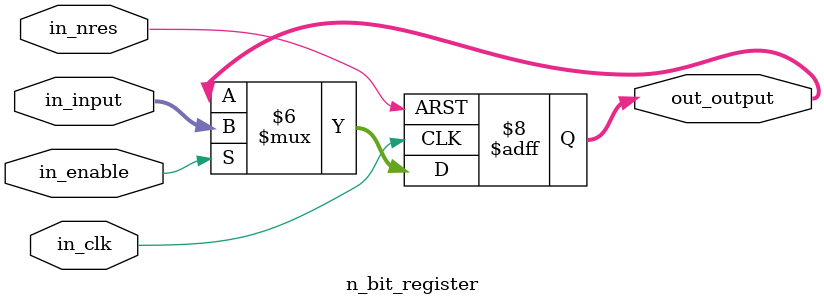
<source format=v>
/*
	log:
		$ December 23 2024, Steven: initial creation
*/

module n_bit_register
#(parameter n = 8)
(
	input[n-1:0] in_input,
	input in_enable,
	input in_clk,
	input in_nres,
	output reg[n-1:0] out_output
);

//reg[n-1:0] reg_dreg;

always @ (posedge in_clk or negedge in_nres)
begin
	//check if reset is true
	if(in_nres == 0)
	begin
		out_output = 0;
	end
	else if(in_clk == 1)
	begin
		if(in_enable == 1)
		begin
			out_output = in_input;
		end
		else
		begin
			out_output = out_output;
		end
	end
	else
	begin
		out_output = out_output;
	end

end



endmodule
</source>
